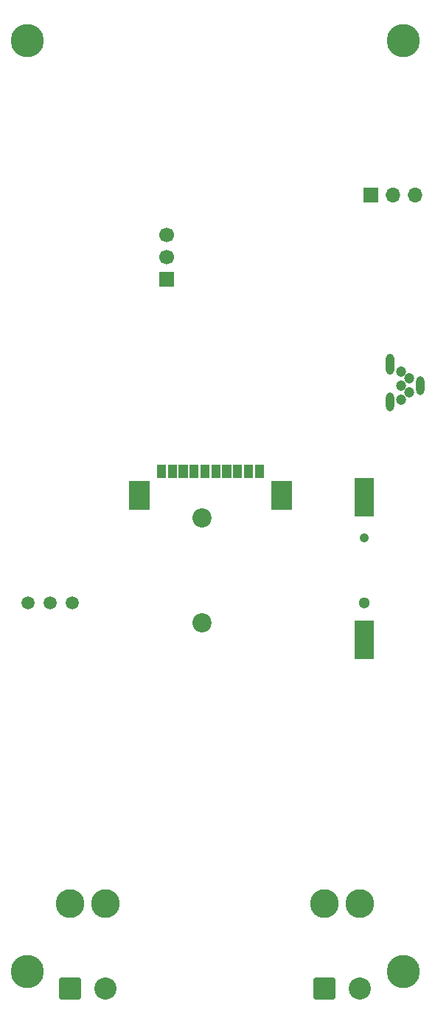
<source format=gbr>
%TF.GenerationSoftware,KiCad,Pcbnew,9.0.3*%
%TF.CreationDate,2025-10-21T13:29:53-05:00*%
%TF.ProjectId,Cutdown,43757464-6f77-46e2-9e6b-696361645f70,2.2.0*%
%TF.SameCoordinates,Original*%
%TF.FileFunction,Soldermask,Bot*%
%TF.FilePolarity,Negative*%
%FSLAX46Y46*%
G04 Gerber Fmt 4.6, Leading zero omitted, Abs format (unit mm)*
G04 Created by KiCad (PCBNEW 9.0.3) date 2025-10-21 13:29:53*
%MOMM*%
%LPD*%
G01*
G04 APERTURE LIST*
G04 Aperture macros list*
%AMRoundRect*
0 Rectangle with rounded corners*
0 $1 Rounding radius*
0 $2 $3 $4 $5 $6 $7 $8 $9 X,Y pos of 4 corners*
0 Add a 4 corners polygon primitive as box body*
4,1,4,$2,$3,$4,$5,$6,$7,$8,$9,$2,$3,0*
0 Add four circle primitives for the rounded corners*
1,1,$1+$1,$2,$3*
1,1,$1+$1,$4,$5*
1,1,$1+$1,$6,$7*
1,1,$1+$1,$8,$9*
0 Add four rect primitives between the rounded corners*
20,1,$1+$1,$2,$3,$4,$5,0*
20,1,$1+$1,$4,$5,$6,$7,0*
20,1,$1+$1,$6,$7,$8,$9,0*
20,1,$1+$1,$8,$9,$2,$3,0*%
G04 Aperture macros list end*
%ADD10C,0.010000*%
%ADD11C,2.200000*%
%ADD12C,3.302000*%
%ADD13RoundRect,0.302260X0.967740X0.967740X-0.967740X0.967740X-0.967740X-0.967740X0.967740X-0.967740X0*%
%ADD14C,2.540000*%
%ADD15C,1.498600*%
%ADD16C,3.810000*%
%ADD17R,1.700000X1.700000*%
%ADD18O,1.700000X1.700000*%
%ADD19C,1.204000*%
%ADD20O,0.939800X2.159000*%
%ADD21O,0.939800X2.413000*%
%ADD22C,1.300000*%
%ADD23C,1.050000*%
%ADD24R,2.300000X4.500000*%
%ADD25C,1.700000*%
G04 APERTURE END LIST*
D10*
%TO.C,J8*%
X132086199Y-80300199D02*
X129833799Y-80300199D01*
X129833799Y-77147799D01*
X132086199Y-77147799D01*
X132086199Y-80300199D01*
G36*
X132086199Y-80300199D02*
G01*
X129833799Y-80300199D01*
X129833799Y-77147799D01*
X132086199Y-77147799D01*
X132086199Y-80300199D01*
G37*
X133986199Y-76700199D02*
X133033799Y-76700199D01*
X133033799Y-75247799D01*
X133986199Y-75247799D01*
X133986199Y-76700199D01*
G36*
X133986199Y-76700199D02*
G01*
X133033799Y-76700199D01*
X133033799Y-75247799D01*
X133986199Y-75247799D01*
X133986199Y-76700199D01*
G37*
X135236199Y-76700199D02*
X134283799Y-76700199D01*
X134283799Y-75247799D01*
X135236199Y-75247799D01*
X135236199Y-76700199D01*
G36*
X135236199Y-76700199D02*
G01*
X134283799Y-76700199D01*
X134283799Y-75247799D01*
X135236199Y-75247799D01*
X135236199Y-76700199D01*
G37*
X136486199Y-76700199D02*
X135533799Y-76700199D01*
X135533799Y-75247799D01*
X136486199Y-75247799D01*
X136486199Y-76700199D01*
G36*
X136486199Y-76700199D02*
G01*
X135533799Y-76700199D01*
X135533799Y-75247799D01*
X136486199Y-75247799D01*
X136486199Y-76700199D01*
G37*
X137736199Y-76700199D02*
X136783799Y-76700199D01*
X136783799Y-75247799D01*
X137736199Y-75247799D01*
X137736199Y-76700199D01*
G36*
X137736199Y-76700199D02*
G01*
X136783799Y-76700199D01*
X136783799Y-75247799D01*
X137736199Y-75247799D01*
X137736199Y-76700199D01*
G37*
X138986199Y-76700199D02*
X138033799Y-76700199D01*
X138033799Y-75247799D01*
X138986199Y-75247799D01*
X138986199Y-76700199D01*
G36*
X138986199Y-76700199D02*
G01*
X138033799Y-76700199D01*
X138033799Y-75247799D01*
X138986199Y-75247799D01*
X138986199Y-76700199D01*
G37*
X140236199Y-76700199D02*
X139283799Y-76700199D01*
X139283799Y-75247799D01*
X140236199Y-75247799D01*
X140236199Y-76700199D01*
G36*
X140236199Y-76700199D02*
G01*
X139283799Y-76700199D01*
X139283799Y-75247799D01*
X140236199Y-75247799D01*
X140236199Y-76700199D01*
G37*
X141486199Y-76700199D02*
X140533799Y-76700199D01*
X140533799Y-75247799D01*
X141486199Y-75247799D01*
X141486199Y-76700199D01*
G36*
X141486199Y-76700199D02*
G01*
X140533799Y-76700199D01*
X140533799Y-75247799D01*
X141486199Y-75247799D01*
X141486199Y-76700199D01*
G37*
X142736199Y-76700199D02*
X141783799Y-76700199D01*
X141783799Y-75247799D01*
X142736199Y-75247799D01*
X142736199Y-76700199D01*
G36*
X142736199Y-76700199D02*
G01*
X141783799Y-76700199D01*
X141783799Y-75247799D01*
X142736199Y-75247799D01*
X142736199Y-76700199D01*
G37*
X143986199Y-76700199D02*
X143033799Y-76700199D01*
X143033799Y-75247799D01*
X143986199Y-75247799D01*
X143986199Y-76700199D01*
G36*
X143986199Y-76700199D02*
G01*
X143033799Y-76700199D01*
X143033799Y-75247799D01*
X143986199Y-75247799D01*
X143986199Y-76700199D01*
G37*
X145236199Y-76700199D02*
X144283799Y-76700199D01*
X144283799Y-75247799D01*
X145236199Y-75247799D01*
X145236199Y-76700199D01*
G36*
X145236199Y-76700199D02*
G01*
X144283799Y-76700199D01*
X144283799Y-75247799D01*
X145236199Y-75247799D01*
X145236199Y-76700199D01*
G37*
X148436199Y-80300199D02*
X146183799Y-80300199D01*
X146183799Y-77147799D01*
X148436199Y-77147799D01*
X148436199Y-80300199D01*
G36*
X148436199Y-80300199D02*
G01*
X146183799Y-80300199D01*
X146183799Y-77147799D01*
X148436199Y-77147799D01*
X148436199Y-80300199D01*
G37*
%TD*%
D11*
%TO.C,C15*%
X138175999Y-93375999D03*
X138175999Y-81375999D03*
%TD*%
D12*
%TO.C,J11*%
X127113000Y-125577000D03*
X123077000Y-125577000D03*
D13*
X123077000Y-135277000D03*
D14*
X127113000Y-135277000D03*
%TD*%
D15*
%TO.C,U6*%
X123316999Y-91058999D03*
X120776999Y-91058999D03*
X118236999Y-91058999D03*
%TD*%
D12*
%TO.C,J10*%
X156323000Y-125577000D03*
X152287000Y-125577000D03*
D13*
X152287000Y-135277000D03*
D14*
X156323000Y-135277000D03*
%TD*%
D16*
%TO.C,H3*%
X118110000Y-133350000D03*
%TD*%
D17*
%TO.C,J4*%
X157606999Y-44322999D03*
D18*
X160146999Y-44322999D03*
X162686999Y-44322999D03*
%TD*%
D16*
%TO.C,H4*%
X161290000Y-133350000D03*
%TD*%
%TO.C,H1*%
X118109999Y-26669999D03*
%TD*%
%TO.C,H2*%
X161289999Y-26669999D03*
%TD*%
D19*
%TO.C,J7*%
X161035999Y-67766999D03*
X162035999Y-66966999D03*
X161035999Y-66166999D03*
X162035999Y-65366999D03*
X161035999Y-64566999D03*
D20*
X159785999Y-68066999D03*
D21*
X159785999Y-63766999D03*
D20*
X163285999Y-66166999D03*
%TD*%
D22*
%TO.C,BT1*%
X156845000Y-91100999D03*
D23*
X156845000Y-83650999D03*
D24*
X156845000Y-95350999D03*
X156845000Y-78950999D03*
%TD*%
D17*
%TO.C,J3*%
X134111999Y-53959999D03*
D25*
X134111999Y-51419999D03*
X134111999Y-48879999D03*
%TD*%
M02*

</source>
